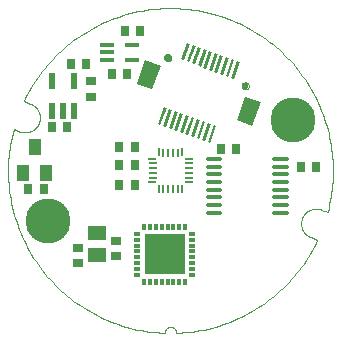
<source format=gts>
G75*
%MOIN*%
%OFA0B0*%
%FSLAX25Y25*%
%IPPOS*%
%LPD*%
%AMOC8*
5,1,8,0,0,1.08239X$1,22.5*
%
%ADD10C,0.00004*%
%ADD11C,0.00000*%
%ADD12R,0.02756X0.03543*%
%ADD13R,0.05906X0.05118*%
%ADD14R,0.03543X0.02756*%
%ADD15R,0.02362X0.01181*%
%ADD16R,0.01181X0.02362*%
%ADD17R,0.13583X0.13583*%
%ADD18R,0.00800X0.02520*%
%ADD19R,0.00800X0.02600*%
%ADD20R,0.02520X0.00800*%
%ADD21R,0.02600X0.00800*%
%ADD22R,0.04600X0.01400*%
%ADD23C,0.01378*%
%ADD24C,0.14961*%
%ADD25R,0.00984X0.05906*%
%ADD26R,0.08268X0.05512*%
%ADD27C,0.02362*%
%ADD28R,0.02000X0.05200*%
%ADD29R,0.03937X0.05512*%
D10*
X0053807Y0001002D02*
X0053811Y0001089D01*
X0053818Y0001176D01*
X0053829Y0001263D01*
X0053845Y0001349D01*
X0053863Y0001434D01*
X0053886Y0001518D01*
X0053912Y0001602D01*
X0053942Y0001684D01*
X0053976Y0001764D01*
X0054013Y0001843D01*
X0054054Y0001921D01*
X0054098Y0001996D01*
X0054145Y0002069D01*
X0054196Y0002141D01*
X0054249Y0002210D01*
X0054306Y0002276D01*
X0054366Y0002340D01*
X0054428Y0002401D01*
X0054493Y0002459D01*
X0054560Y0002515D01*
X0054630Y0002567D01*
X0054702Y0002617D01*
X0054777Y0002663D01*
X0054853Y0002705D01*
X0054931Y0002744D01*
X0055011Y0002780D01*
X0055092Y0002812D01*
X0055174Y0002841D01*
X0055258Y0002866D01*
X0055343Y0002887D01*
X0055428Y0002904D01*
X0055515Y0002918D01*
X0055602Y0002927D01*
X0055689Y0002933D01*
X0055776Y0002935D01*
X0055863Y0002933D01*
X0055950Y0002927D01*
X0056037Y0002918D01*
X0056124Y0002904D01*
X0056209Y0002887D01*
X0056294Y0002866D01*
X0056378Y0002841D01*
X0056460Y0002812D01*
X0056541Y0002780D01*
X0056621Y0002744D01*
X0056699Y0002705D01*
X0056775Y0002663D01*
X0056850Y0002617D01*
X0056922Y0002567D01*
X0056992Y0002515D01*
X0057059Y0002459D01*
X0057124Y0002401D01*
X0057186Y0002340D01*
X0057246Y0002276D01*
X0057303Y0002210D01*
X0057356Y0002141D01*
X0057407Y0002069D01*
X0057454Y0001996D01*
X0057498Y0001921D01*
X0057539Y0001843D01*
X0057576Y0001764D01*
X0057610Y0001684D01*
X0057640Y0001602D01*
X0057666Y0001518D01*
X0057689Y0001434D01*
X0057707Y0001349D01*
X0057723Y0001263D01*
X0057734Y0001176D01*
X0057741Y0001089D01*
X0057745Y0001002D01*
X0102557Y0032836D02*
X0104751Y0032037D01*
X0102557Y0032836D02*
X0102427Y0032885D01*
X0102298Y0032938D01*
X0102171Y0032995D01*
X0102045Y0033056D01*
X0101922Y0033119D01*
X0101800Y0033187D01*
X0101680Y0033258D01*
X0101562Y0033332D01*
X0101446Y0033409D01*
X0101333Y0033490D01*
X0101221Y0033574D01*
X0101113Y0033661D01*
X0101006Y0033751D01*
X0100903Y0033844D01*
X0100802Y0033940D01*
X0100703Y0034038D01*
X0100608Y0034140D01*
X0100515Y0034244D01*
X0100426Y0034351D01*
X0100339Y0034460D01*
X0100256Y0034571D01*
X0100176Y0034685D01*
X0100099Y0034801D01*
X0100025Y0034920D01*
X0099955Y0035040D01*
X0099888Y0035162D01*
X0099825Y0035286D01*
X0099765Y0035412D01*
X0099709Y0035539D01*
X0099657Y0035668D01*
X0099608Y0035799D01*
X0099563Y0035930D01*
X0099521Y0036063D01*
X0099484Y0036198D01*
X0099450Y0036333D01*
X0099420Y0036469D01*
X0099394Y0036605D01*
X0099372Y0036743D01*
X0099353Y0036881D01*
X0099339Y0037020D01*
X0099328Y0037158D01*
X0099322Y0037298D01*
X0099319Y0037437D01*
X0099320Y0037576D01*
X0099326Y0037715D01*
X0099335Y0037854D01*
X0099348Y0037993D01*
X0099365Y0038131D01*
X0099386Y0038269D01*
X0099411Y0038406D01*
X0099439Y0038542D01*
X0099472Y0038678D01*
X0099508Y0038812D01*
X0099549Y0038945D01*
X0099592Y0039077D01*
X0099640Y0039208D01*
X0099691Y0039338D01*
X0099746Y0039466D01*
X0099805Y0039592D01*
X0099867Y0039717D01*
X0099933Y0039840D01*
X0100002Y0039961D01*
X0100074Y0040080D01*
X0100150Y0040196D01*
X0100229Y0040311D01*
X0100311Y0040423D01*
X0100397Y0040533D01*
X0100485Y0040641D01*
X0100577Y0040746D01*
X0100671Y0040848D01*
X0100769Y0040948D01*
X0100869Y0041045D01*
X0100971Y0041139D01*
X0101077Y0041230D01*
X0101185Y0041318D01*
X0101295Y0041403D01*
X0101408Y0041484D01*
X0101523Y0041563D01*
X0101640Y0041638D01*
X0101759Y0041710D01*
X0101881Y0041779D01*
X0102004Y0041844D01*
X0102129Y0041905D01*
X0102255Y0041963D01*
X0102384Y0042017D01*
X0102513Y0042068D01*
X0102644Y0042115D01*
X0102777Y0042158D01*
X0102910Y0042198D01*
X0103045Y0042234D01*
X0103181Y0042266D01*
X0103317Y0042294D01*
X0103454Y0042318D01*
X0103592Y0042338D01*
X0103730Y0042355D01*
X0103869Y0042367D01*
X0104008Y0042376D01*
X0104147Y0042380D01*
X0104286Y0042381D01*
X0104426Y0042377D01*
X0104565Y0042370D01*
X0104704Y0042359D01*
X0104842Y0042344D01*
X0104980Y0042325D01*
X0105117Y0042302D01*
X0105254Y0042275D01*
X0105390Y0042245D01*
X0105525Y0042210D01*
X0105659Y0042172D01*
X0105792Y0042130D01*
X0105923Y0042084D01*
X0105923Y0042085D02*
X0108117Y0041286D01*
X0053808Y0001002D02*
X0052498Y0001065D01*
X0051190Y0001161D01*
X0049885Y0001287D01*
X0048583Y0001446D01*
X0047286Y0001636D01*
X0045994Y0001857D01*
X0044707Y0002110D01*
X0043427Y0002393D01*
X0042154Y0002708D01*
X0040889Y0003053D01*
X0039633Y0003429D01*
X0038386Y0003835D01*
X0037149Y0004271D01*
X0035924Y0004737D01*
X0034710Y0005233D01*
X0033508Y0005758D01*
X0032320Y0006312D01*
X0031145Y0006894D01*
X0029985Y0007505D01*
X0028840Y0008143D01*
X0027710Y0008810D01*
X0026597Y0009503D01*
X0025501Y0010223D01*
X0024423Y0010969D01*
X0023364Y0011742D01*
X0022323Y0012540D01*
X0021302Y0013362D01*
X0020301Y0014209D01*
X0019321Y0015081D01*
X0018363Y0015975D01*
X0017426Y0016893D01*
X0016512Y0017833D01*
X0015621Y0018795D01*
X0014753Y0019778D01*
X0013910Y0020782D01*
X0013091Y0021806D01*
X0012297Y0022850D01*
X0011529Y0023912D01*
X0010786Y0024993D01*
X0010070Y0026091D01*
X0009381Y0027207D01*
X0008719Y0028339D01*
X0008085Y0029486D01*
X0007479Y0030649D01*
X0006901Y0031826D01*
X0006351Y0033016D01*
X0005831Y0034220D01*
X0005340Y0035436D01*
X0004878Y0036663D01*
X0004447Y0037901D01*
X0004045Y0039150D01*
X0003674Y0040407D01*
X0003334Y0041673D01*
X0003024Y0042947D01*
X0002745Y0044229D01*
X0002497Y0045516D01*
X0002281Y0046809D01*
X0002096Y0048108D01*
X0001942Y0049410D01*
X0001820Y0050715D01*
X0001729Y0052023D01*
X0001671Y0053333D01*
X0001644Y0054644D01*
X0001649Y0055955D01*
X0001685Y0057266D01*
X0001754Y0058576D01*
X0001854Y0059883D01*
X0001985Y0061188D01*
X0002149Y0062489D01*
X0002343Y0063785D01*
X0002569Y0065077D01*
X0002827Y0066363D01*
X0003115Y0067642D01*
X0003434Y0068914D01*
X0005628Y0068115D01*
X0005628Y0068116D02*
X0005759Y0068070D01*
X0005892Y0068028D01*
X0006026Y0067990D01*
X0006161Y0067955D01*
X0006297Y0067925D01*
X0006434Y0067898D01*
X0006571Y0067875D01*
X0006709Y0067856D01*
X0006847Y0067841D01*
X0006986Y0067830D01*
X0007125Y0067823D01*
X0007265Y0067819D01*
X0007404Y0067820D01*
X0007543Y0067824D01*
X0007682Y0067833D01*
X0007821Y0067845D01*
X0007959Y0067862D01*
X0008097Y0067882D01*
X0008234Y0067906D01*
X0008370Y0067934D01*
X0008506Y0067966D01*
X0008641Y0068002D01*
X0008774Y0068042D01*
X0008907Y0068085D01*
X0009038Y0068132D01*
X0009167Y0068183D01*
X0009296Y0068237D01*
X0009422Y0068295D01*
X0009547Y0068356D01*
X0009670Y0068421D01*
X0009792Y0068490D01*
X0009911Y0068562D01*
X0010028Y0068637D01*
X0010143Y0068716D01*
X0010256Y0068797D01*
X0010366Y0068882D01*
X0010474Y0068970D01*
X0010580Y0069061D01*
X0010682Y0069155D01*
X0010782Y0069252D01*
X0010880Y0069352D01*
X0010974Y0069454D01*
X0011066Y0069559D01*
X0011154Y0069667D01*
X0011240Y0069777D01*
X0011322Y0069889D01*
X0011401Y0070004D01*
X0011477Y0070120D01*
X0011549Y0070239D01*
X0011618Y0070360D01*
X0011684Y0070483D01*
X0011746Y0070608D01*
X0011805Y0070734D01*
X0011860Y0070862D01*
X0011911Y0070992D01*
X0011959Y0071123D01*
X0012002Y0071255D01*
X0012043Y0071388D01*
X0012079Y0071522D01*
X0012112Y0071658D01*
X0012140Y0071794D01*
X0012165Y0071931D01*
X0012186Y0072069D01*
X0012203Y0072207D01*
X0012216Y0072346D01*
X0012225Y0072485D01*
X0012231Y0072624D01*
X0012232Y0072763D01*
X0012229Y0072902D01*
X0012223Y0073042D01*
X0012212Y0073180D01*
X0012198Y0073319D01*
X0012179Y0073457D01*
X0012157Y0073595D01*
X0012131Y0073731D01*
X0012101Y0073867D01*
X0012067Y0074002D01*
X0012030Y0074137D01*
X0011988Y0074270D01*
X0011943Y0074401D01*
X0011894Y0074532D01*
X0011842Y0074661D01*
X0011786Y0074788D01*
X0011726Y0074914D01*
X0011663Y0075038D01*
X0011596Y0075160D01*
X0011526Y0075280D01*
X0011452Y0075399D01*
X0011375Y0075515D01*
X0011295Y0075629D01*
X0011212Y0075740D01*
X0011125Y0075849D01*
X0011036Y0075956D01*
X0010943Y0076060D01*
X0010848Y0076162D01*
X0010749Y0076260D01*
X0010648Y0076356D01*
X0010545Y0076449D01*
X0010438Y0076539D01*
X0010330Y0076626D01*
X0010218Y0076710D01*
X0010105Y0076791D01*
X0009989Y0076868D01*
X0009871Y0076942D01*
X0009751Y0077013D01*
X0009629Y0077081D01*
X0009506Y0077144D01*
X0009380Y0077205D01*
X0009253Y0077262D01*
X0009124Y0077315D01*
X0008994Y0077364D01*
X0006800Y0078163D01*
X0007379Y0079354D01*
X0007986Y0080530D01*
X0008623Y0081691D01*
X0009287Y0082837D01*
X0009979Y0083965D01*
X0010699Y0085077D01*
X0011445Y0086170D01*
X0012219Y0087245D01*
X0013018Y0088301D01*
X0013843Y0089337D01*
X0014692Y0090352D01*
X0015567Y0091346D01*
X0016465Y0092319D01*
X0017387Y0093269D01*
X0018332Y0094196D01*
X0019299Y0095100D01*
X0020289Y0095981D01*
X0021299Y0096836D01*
X0022330Y0097667D01*
X0023381Y0098472D01*
X0024451Y0099251D01*
X0025541Y0100004D01*
X0026648Y0100730D01*
X0027773Y0101429D01*
X0028914Y0102100D01*
X0030071Y0102743D01*
X0031244Y0103357D01*
X0032432Y0103943D01*
X0033633Y0104499D01*
X0034848Y0105026D01*
X0036075Y0105523D01*
X0037314Y0105990D01*
X0038564Y0106426D01*
X0039825Y0106832D01*
X0041095Y0107206D01*
X0042373Y0107550D01*
X0043660Y0107862D01*
X0044954Y0108142D01*
X0046255Y0108391D01*
X0047561Y0108608D01*
X0048872Y0108793D01*
X0050187Y0108946D01*
X0051506Y0109066D01*
X0052827Y0109155D01*
X0054149Y0109211D01*
X0055473Y0109234D01*
X0056797Y0109225D01*
X0058121Y0109184D01*
X0059443Y0109111D01*
X0060763Y0109005D01*
X0062079Y0108867D01*
X0063392Y0108697D01*
X0064701Y0108494D01*
X0066004Y0108260D01*
X0067301Y0107994D01*
X0068591Y0107696D01*
X0069874Y0107367D01*
X0071148Y0107007D01*
X0072413Y0106615D01*
X0073667Y0106193D01*
X0074912Y0105740D01*
X0076144Y0105257D01*
X0077365Y0104744D01*
X0078573Y0104201D01*
X0079767Y0103629D01*
X0080946Y0103028D01*
X0082111Y0102398D01*
X0083260Y0101739D01*
X0084392Y0101053D01*
X0085507Y0100340D01*
X0086605Y0099599D01*
X0087684Y0098832D01*
X0088744Y0098038D01*
X0089784Y0097219D01*
X0090804Y0096375D01*
X0091803Y0095506D01*
X0092780Y0094613D01*
X0093736Y0093696D01*
X0094668Y0092756D01*
X0095577Y0091793D01*
X0096463Y0090809D01*
X0097324Y0089803D01*
X0098160Y0088777D01*
X0098971Y0087730D01*
X0099756Y0086664D01*
X0100515Y0085579D01*
X0101247Y0084476D01*
X0101952Y0083355D01*
X0102629Y0082217D01*
X0103278Y0081063D01*
X0103899Y0079894D01*
X0104491Y0078709D01*
X0105054Y0077511D01*
X0105587Y0076299D01*
X0106091Y0075074D01*
X0106564Y0073838D01*
X0107007Y0072590D01*
X0107419Y0071332D01*
X0107801Y0070064D01*
X0108151Y0068787D01*
X0108470Y0067502D01*
X0108758Y0066210D01*
X0109014Y0064911D01*
X0109238Y0063606D01*
X0109430Y0062296D01*
X0109590Y0060981D01*
X0109717Y0059663D01*
X0109813Y0058343D01*
X0109876Y0057020D01*
X0109907Y0055697D01*
X0109905Y0054373D01*
X0109871Y0053049D01*
X0109805Y0051727D01*
X0109706Y0050406D01*
X0109575Y0049089D01*
X0109412Y0047775D01*
X0109217Y0046465D01*
X0108990Y0045161D01*
X0108731Y0043862D01*
X0108440Y0042571D01*
X0108118Y0041286D01*
D11*
X0079527Y0083310D02*
X0079529Y0083379D01*
X0079535Y0083447D01*
X0079545Y0083515D01*
X0079559Y0083582D01*
X0079577Y0083649D01*
X0079598Y0083714D01*
X0079624Y0083778D01*
X0079653Y0083840D01*
X0079685Y0083900D01*
X0079721Y0083959D01*
X0079761Y0084015D01*
X0079803Y0084069D01*
X0079849Y0084120D01*
X0079898Y0084169D01*
X0079949Y0084215D01*
X0080003Y0084257D01*
X0080059Y0084297D01*
X0080117Y0084333D01*
X0080178Y0084365D01*
X0080240Y0084394D01*
X0080304Y0084420D01*
X0080369Y0084441D01*
X0080436Y0084459D01*
X0080503Y0084473D01*
X0080571Y0084483D01*
X0080639Y0084489D01*
X0080708Y0084491D01*
X0080777Y0084489D01*
X0080845Y0084483D01*
X0080913Y0084473D01*
X0080980Y0084459D01*
X0081047Y0084441D01*
X0081112Y0084420D01*
X0081176Y0084394D01*
X0081238Y0084365D01*
X0081298Y0084333D01*
X0081357Y0084297D01*
X0081413Y0084257D01*
X0081467Y0084215D01*
X0081518Y0084169D01*
X0081567Y0084120D01*
X0081613Y0084069D01*
X0081655Y0084015D01*
X0081695Y0083959D01*
X0081731Y0083900D01*
X0081763Y0083840D01*
X0081792Y0083778D01*
X0081818Y0083714D01*
X0081839Y0083649D01*
X0081857Y0083582D01*
X0081871Y0083515D01*
X0081881Y0083447D01*
X0081887Y0083379D01*
X0081889Y0083310D01*
X0081887Y0083241D01*
X0081881Y0083173D01*
X0081871Y0083105D01*
X0081857Y0083038D01*
X0081839Y0082971D01*
X0081818Y0082906D01*
X0081792Y0082842D01*
X0081763Y0082780D01*
X0081731Y0082719D01*
X0081695Y0082661D01*
X0081655Y0082605D01*
X0081613Y0082551D01*
X0081567Y0082500D01*
X0081518Y0082451D01*
X0081467Y0082405D01*
X0081413Y0082363D01*
X0081357Y0082323D01*
X0081299Y0082287D01*
X0081238Y0082255D01*
X0081176Y0082226D01*
X0081112Y0082200D01*
X0081047Y0082179D01*
X0080980Y0082161D01*
X0080913Y0082147D01*
X0080845Y0082137D01*
X0080777Y0082131D01*
X0080708Y0082129D01*
X0080639Y0082131D01*
X0080571Y0082137D01*
X0080503Y0082147D01*
X0080436Y0082161D01*
X0080369Y0082179D01*
X0080304Y0082200D01*
X0080240Y0082226D01*
X0080178Y0082255D01*
X0080117Y0082287D01*
X0080059Y0082323D01*
X0080003Y0082363D01*
X0079949Y0082405D01*
X0079898Y0082451D01*
X0079849Y0082500D01*
X0079803Y0082551D01*
X0079761Y0082605D01*
X0079721Y0082661D01*
X0079685Y0082719D01*
X0079653Y0082780D01*
X0079624Y0082842D01*
X0079598Y0082906D01*
X0079577Y0082971D01*
X0079559Y0083038D01*
X0079545Y0083105D01*
X0079535Y0083173D01*
X0079529Y0083241D01*
X0079527Y0083310D01*
X0053630Y0092736D02*
X0053632Y0092805D01*
X0053638Y0092873D01*
X0053648Y0092941D01*
X0053662Y0093008D01*
X0053680Y0093075D01*
X0053701Y0093140D01*
X0053727Y0093204D01*
X0053756Y0093266D01*
X0053788Y0093326D01*
X0053824Y0093385D01*
X0053864Y0093441D01*
X0053906Y0093495D01*
X0053952Y0093546D01*
X0054001Y0093595D01*
X0054052Y0093641D01*
X0054106Y0093683D01*
X0054162Y0093723D01*
X0054220Y0093759D01*
X0054281Y0093791D01*
X0054343Y0093820D01*
X0054407Y0093846D01*
X0054472Y0093867D01*
X0054539Y0093885D01*
X0054606Y0093899D01*
X0054674Y0093909D01*
X0054742Y0093915D01*
X0054811Y0093917D01*
X0054880Y0093915D01*
X0054948Y0093909D01*
X0055016Y0093899D01*
X0055083Y0093885D01*
X0055150Y0093867D01*
X0055215Y0093846D01*
X0055279Y0093820D01*
X0055341Y0093791D01*
X0055401Y0093759D01*
X0055460Y0093723D01*
X0055516Y0093683D01*
X0055570Y0093641D01*
X0055621Y0093595D01*
X0055670Y0093546D01*
X0055716Y0093495D01*
X0055758Y0093441D01*
X0055798Y0093385D01*
X0055834Y0093326D01*
X0055866Y0093266D01*
X0055895Y0093204D01*
X0055921Y0093140D01*
X0055942Y0093075D01*
X0055960Y0093008D01*
X0055974Y0092941D01*
X0055984Y0092873D01*
X0055990Y0092805D01*
X0055992Y0092736D01*
X0055990Y0092667D01*
X0055984Y0092599D01*
X0055974Y0092531D01*
X0055960Y0092464D01*
X0055942Y0092397D01*
X0055921Y0092332D01*
X0055895Y0092268D01*
X0055866Y0092206D01*
X0055834Y0092145D01*
X0055798Y0092087D01*
X0055758Y0092031D01*
X0055716Y0091977D01*
X0055670Y0091926D01*
X0055621Y0091877D01*
X0055570Y0091831D01*
X0055516Y0091789D01*
X0055460Y0091749D01*
X0055402Y0091713D01*
X0055341Y0091681D01*
X0055279Y0091652D01*
X0055215Y0091626D01*
X0055150Y0091605D01*
X0055083Y0091587D01*
X0055016Y0091573D01*
X0054948Y0091563D01*
X0054880Y0091557D01*
X0054811Y0091555D01*
X0054742Y0091557D01*
X0054674Y0091563D01*
X0054606Y0091573D01*
X0054539Y0091587D01*
X0054472Y0091605D01*
X0054407Y0091626D01*
X0054343Y0091652D01*
X0054281Y0091681D01*
X0054220Y0091713D01*
X0054162Y0091749D01*
X0054106Y0091789D01*
X0054052Y0091831D01*
X0054001Y0091877D01*
X0053952Y0091926D01*
X0053906Y0091977D01*
X0053864Y0092031D01*
X0053824Y0092087D01*
X0053788Y0092145D01*
X0053756Y0092206D01*
X0053727Y0092268D01*
X0053701Y0092332D01*
X0053680Y0092397D01*
X0053662Y0092464D01*
X0053648Y0092531D01*
X0053638Y0092599D01*
X0053632Y0092667D01*
X0053630Y0092736D01*
X0104750Y0032037D02*
X0104175Y0030853D01*
X0103571Y0029683D01*
X0102939Y0028529D01*
X0102279Y0027390D01*
X0101591Y0026267D01*
X0100877Y0025161D01*
X0100136Y0024074D01*
X0099368Y0023004D01*
X0098575Y0021954D01*
X0097756Y0020923D01*
X0096913Y0019912D01*
X0096045Y0018922D01*
X0095153Y0017954D01*
X0094238Y0017007D01*
X0093301Y0016083D01*
X0092341Y0015182D01*
X0091359Y0014305D01*
X0090357Y0013452D01*
X0089334Y0012623D01*
X0088291Y0011820D01*
X0087229Y0011042D01*
X0086148Y0010290D01*
X0085050Y0009565D01*
X0083934Y0008866D01*
X0082801Y0008195D01*
X0081653Y0007552D01*
X0080489Y0006937D01*
X0079311Y0006350D01*
X0078118Y0005792D01*
X0076913Y0005263D01*
X0075695Y0004764D01*
X0074465Y0004295D01*
X0073224Y0003855D01*
X0071973Y0003446D01*
X0070712Y0003068D01*
X0069442Y0002720D01*
X0068165Y0002403D01*
X0066880Y0002117D01*
X0065588Y0001863D01*
X0064291Y0001640D01*
X0062988Y0001449D01*
X0061681Y0001289D01*
X0060371Y0001161D01*
X0059058Y0001066D01*
X0057743Y0001002D01*
D12*
X0013453Y0048801D03*
X0008335Y0048801D03*
X0016209Y0069667D03*
X0021327Y0069667D03*
X0038650Y0062974D03*
X0043768Y0062974D03*
X0043768Y0057069D03*
X0038650Y0057069D03*
X0038650Y0050376D03*
X0043768Y0050376D03*
X0072508Y0062187D03*
X0077626Y0062187D03*
X0099280Y0056281D03*
X0104398Y0056281D03*
X0045736Y0101557D03*
X0040618Y0101557D03*
X0027626Y0090533D03*
X0022508Y0090533D03*
X0036287Y0087384D03*
X0041406Y0087384D03*
D13*
X0031366Y0034431D03*
X0031366Y0026950D03*
D14*
X0025067Y0024195D03*
X0025067Y0029313D03*
X0037665Y0031675D03*
X0037665Y0026557D03*
X0029398Y0079706D03*
X0029398Y0084824D03*
D15*
X0044555Y0034037D03*
X0044555Y0032069D03*
X0044555Y0030100D03*
X0044555Y0028132D03*
X0044555Y0026163D03*
X0044555Y0024195D03*
X0044555Y0022226D03*
X0044555Y0020258D03*
X0063059Y0020258D03*
X0063059Y0022226D03*
X0063059Y0024195D03*
X0063059Y0026163D03*
X0063059Y0028132D03*
X0063059Y0030100D03*
X0063059Y0032069D03*
X0063059Y0034037D03*
D16*
X0060697Y0036399D03*
X0058728Y0036399D03*
X0056760Y0036399D03*
X0054791Y0036399D03*
X0052823Y0036399D03*
X0050854Y0036399D03*
X0048886Y0036399D03*
X0046917Y0036399D03*
X0046917Y0017895D03*
X0048886Y0017895D03*
X0050854Y0017895D03*
X0052823Y0017895D03*
X0054791Y0017895D03*
X0056760Y0017895D03*
X0058728Y0017895D03*
X0060697Y0017895D03*
D17*
X0053807Y0027147D03*
D18*
X0051839Y0049061D03*
X0059713Y0049061D03*
X0059713Y0061139D03*
X0051839Y0061139D03*
D19*
X0053413Y0061100D03*
X0054988Y0061100D03*
X0056563Y0061100D03*
X0058138Y0061100D03*
X0058138Y0049100D03*
X0056563Y0049100D03*
X0054988Y0049100D03*
X0053413Y0049100D03*
D20*
X0049736Y0051163D03*
X0049736Y0059037D03*
X0061815Y0059037D03*
X0061815Y0051163D03*
D21*
X0061776Y0052738D03*
X0061776Y0054313D03*
X0061776Y0055887D03*
X0061776Y0057462D03*
X0049776Y0057462D03*
X0049776Y0055887D03*
X0049776Y0054313D03*
X0049776Y0052738D03*
D22*
X0042946Y0091911D03*
X0042946Y0097029D03*
X0034746Y0097029D03*
X0034746Y0094470D03*
X0034746Y0091911D03*
D23*
X0068276Y0058939D02*
X0072410Y0058939D01*
X0072410Y0056380D02*
X0068276Y0056380D01*
X0068276Y0053821D02*
X0072410Y0053821D01*
X0072410Y0051261D02*
X0068276Y0051261D01*
X0068276Y0048702D02*
X0072410Y0048702D01*
X0072410Y0046143D02*
X0068276Y0046143D01*
X0068276Y0043584D02*
X0072410Y0043584D01*
X0072410Y0041025D02*
X0068276Y0041025D01*
X0090323Y0041025D02*
X0094457Y0041025D01*
X0094457Y0043584D02*
X0090323Y0043584D01*
X0090323Y0046143D02*
X0094457Y0046143D01*
X0094457Y0048702D02*
X0090323Y0048702D01*
X0090323Y0051261D02*
X0094457Y0051261D01*
X0094457Y0053821D02*
X0090323Y0053821D01*
X0090323Y0056380D02*
X0094457Y0056380D01*
X0094457Y0058939D02*
X0090323Y0058939D01*
D24*
X0096695Y0072050D03*
X0014856Y0038150D03*
D25*
G36*
X0052425Y0070352D02*
X0051500Y0070689D01*
X0053519Y0076238D01*
X0054444Y0075901D01*
X0052425Y0070352D01*
G37*
G36*
X0054275Y0069678D02*
X0053350Y0070015D01*
X0055369Y0075564D01*
X0056294Y0075227D01*
X0054275Y0069678D01*
G37*
G36*
X0056124Y0069005D02*
X0055199Y0069342D01*
X0057218Y0074891D01*
X0058143Y0074554D01*
X0056124Y0069005D01*
G37*
G36*
X0057974Y0068332D02*
X0057049Y0068669D01*
X0059068Y0074218D01*
X0059993Y0073881D01*
X0057974Y0068332D01*
G37*
G36*
X0059824Y0067659D02*
X0058899Y0067996D01*
X0060918Y0073545D01*
X0061843Y0073208D01*
X0059824Y0067659D01*
G37*
G36*
X0061674Y0066985D02*
X0060749Y0067322D01*
X0062768Y0072871D01*
X0063693Y0072534D01*
X0061674Y0066985D01*
G37*
G36*
X0063524Y0066312D02*
X0062599Y0066649D01*
X0064618Y0072198D01*
X0065543Y0071861D01*
X0063524Y0066312D01*
G37*
G36*
X0065373Y0065639D02*
X0064448Y0065976D01*
X0066467Y0071525D01*
X0067392Y0071188D01*
X0065373Y0065639D01*
G37*
G36*
X0067223Y0064966D02*
X0066298Y0065303D01*
X0068317Y0070852D01*
X0069242Y0070515D01*
X0067223Y0064966D01*
G37*
G36*
X0069073Y0064292D02*
X0068148Y0064629D01*
X0070167Y0070178D01*
X0071092Y0069841D01*
X0069073Y0064292D01*
G37*
G36*
X0076883Y0085750D02*
X0075958Y0086087D01*
X0077977Y0091636D01*
X0078902Y0091299D01*
X0076883Y0085750D01*
G37*
G36*
X0075033Y0086423D02*
X0074108Y0086760D01*
X0076127Y0092309D01*
X0077052Y0091972D01*
X0075033Y0086423D01*
G37*
G36*
X0073183Y0087096D02*
X0072258Y0087433D01*
X0074277Y0092982D01*
X0075202Y0092645D01*
X0073183Y0087096D01*
G37*
G36*
X0071333Y0087770D02*
X0070408Y0088107D01*
X0072427Y0093656D01*
X0073352Y0093319D01*
X0071333Y0087770D01*
G37*
G36*
X0069484Y0088443D02*
X0068559Y0088780D01*
X0070578Y0094329D01*
X0071503Y0093992D01*
X0069484Y0088443D01*
G37*
G36*
X0067634Y0089116D02*
X0066709Y0089453D01*
X0068728Y0095002D01*
X0069653Y0094665D01*
X0067634Y0089116D01*
G37*
G36*
X0065784Y0089789D02*
X0064859Y0090126D01*
X0066878Y0095675D01*
X0067803Y0095338D01*
X0065784Y0089789D01*
G37*
G36*
X0063934Y0090463D02*
X0063009Y0090800D01*
X0065028Y0096349D01*
X0065953Y0096012D01*
X0063934Y0090463D01*
G37*
G36*
X0062084Y0091136D02*
X0061159Y0091473D01*
X0063178Y0097022D01*
X0064103Y0096685D01*
X0062084Y0091136D01*
G37*
G36*
X0060235Y0091809D02*
X0059310Y0092146D01*
X0061329Y0097695D01*
X0062254Y0097358D01*
X0060235Y0091809D01*
G37*
D26*
G36*
X0044550Y0084111D02*
X0047378Y0091880D01*
X0052556Y0089995D01*
X0049728Y0082226D01*
X0044550Y0084111D01*
G37*
G36*
X0077846Y0071992D02*
X0080674Y0079761D01*
X0085852Y0077876D01*
X0083024Y0070107D01*
X0077846Y0071992D01*
G37*
D27*
X0080708Y0083310D03*
X0054811Y0092736D03*
D28*
X0023689Y0085003D03*
X0016209Y0085003D03*
X0016209Y0074803D03*
X0019949Y0074803D03*
X0023689Y0074803D03*
D29*
X0010500Y0062974D03*
X0006760Y0054313D03*
X0014240Y0054313D03*
M02*

</source>
